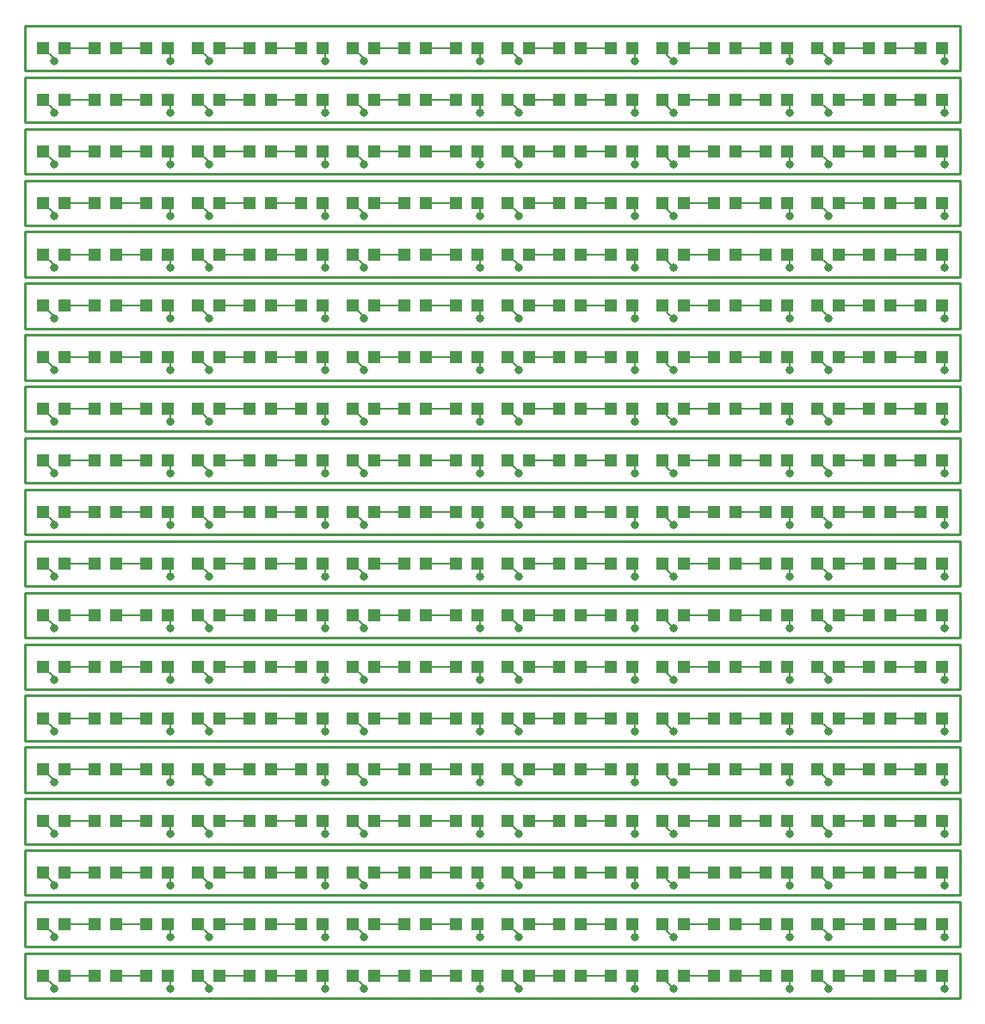
<source format=gtl>
G75*
G70*
%OFA0B0*%
%FSLAX25Y25*%
%IPPOS*%
%LPD*%
%AMOC8*
5,1,8,0,0,1.08239X$1,22.5*
%
%ADD11C,0.01000*%
%ADD14C,0.03170*%
%ADD15C,0.00600*%
%ADD20R,0.04720X0.04720*%
X0010000Y0010000D02*
G75*
%LPD*%
D11*
X0010000Y0010000D02*
X0010000Y0027460D01*
X0372500Y0027460D01*
X0372500Y0010000D01*
X0010000Y0010000D01*
D20*
X0017120Y0018750D03*
X0025380Y0018750D03*
X0037120Y0018750D03*
X0045380Y0018750D03*
X0057120Y0018750D03*
X0065380Y0018750D03*
X0077120Y0018750D03*
X0085380Y0018750D03*
X0097120Y0018750D03*
X0105380Y0018750D03*
X0117120Y0018750D03*
X0125380Y0018750D03*
X0137120Y0018750D03*
X0145380Y0018750D03*
X0157120Y0018750D03*
X0165380Y0018750D03*
X0177120Y0018750D03*
X0185380Y0018750D03*
X0197120Y0018750D03*
X0205380Y0018750D03*
X0217120Y0018750D03*
X0225380Y0018750D03*
X0237120Y0018750D03*
X0245380Y0018750D03*
X0257120Y0018750D03*
X0265380Y0018750D03*
X0277120Y0018750D03*
X0285380Y0018750D03*
X0297120Y0018750D03*
X0305380Y0018750D03*
X0317120Y0018750D03*
X0325380Y0018750D03*
X0337120Y0018750D03*
X0345380Y0018750D03*
X0357120Y0018750D03*
X0365380Y0018750D03*
D14*
X0366250Y0013750D03*
X0321250Y0013750D03*
X0306250Y0013750D03*
X0261250Y0013750D03*
X0246250Y0013750D03*
X0201250Y0013750D03*
X0186250Y0013750D03*
X0141250Y0013750D03*
X0126250Y0013750D03*
X0081250Y0013750D03*
X0066250Y0013750D03*
X0021250Y0013750D03*
D15*
X0021250Y0014620D01*
X0017120Y0018750D01*
X0025380Y0018750D02*
X0037120Y0018750D01*
X0045380Y0018750D02*
X0057120Y0018750D01*
X0065380Y0018750D02*
X0066250Y0017880D01*
X0066250Y0013750D01*
X0077120Y0018750D02*
X0081250Y0014620D01*
X0081250Y0013750D01*
X0126250Y0013750D02*
X0126250Y0017880D01*
X0125380Y0018750D01*
X0117120Y0018750D02*
X0105380Y0018750D01*
X0097120Y0018750D02*
X0085380Y0018750D01*
X0137120Y0018750D02*
X0141250Y0014620D01*
X0141250Y0013750D01*
X0186250Y0013750D02*
X0186250Y0017880D01*
X0185380Y0018750D01*
X0177120Y0018750D02*
X0165380Y0018750D01*
X0157120Y0018750D02*
X0145380Y0018750D01*
X0197120Y0018750D02*
X0201250Y0014620D01*
X0201250Y0013750D01*
X0246250Y0013750D02*
X0246250Y0017880D01*
X0245380Y0018750D01*
X0237120Y0018750D02*
X0225380Y0018750D01*
X0217120Y0018750D02*
X0205380Y0018750D01*
X0257120Y0018750D02*
X0258750Y0017120D01*
X0258750Y0016250D01*
X0261250Y0013750D01*
X0306250Y0013750D02*
X0306250Y0017880D01*
X0305380Y0018750D01*
X0297120Y0018750D02*
X0285380Y0018750D01*
X0277120Y0018750D02*
X0265380Y0018750D01*
X0317120Y0018750D02*
X0321250Y0014620D01*
X0321250Y0013750D01*
X0366250Y0013750D02*
X0366250Y0017880D01*
X0365380Y0018750D01*
X0357120Y0018750D02*
X0345380Y0018750D01*
X0337120Y0018750D02*
X0325380Y0018750D01*
X0010000Y0029960D02*
G75*
%LPD*%
D11*
X0010000Y0029960D02*
X0010000Y0047420D01*
X0372500Y0047420D01*
X0372500Y0029960D01*
X0010000Y0029960D01*
D20*
X0017120Y0038710D03*
X0025380Y0038710D03*
X0037120Y0038710D03*
X0045380Y0038710D03*
X0057120Y0038710D03*
X0065380Y0038710D03*
X0077120Y0038710D03*
X0085380Y0038710D03*
X0097120Y0038710D03*
X0105380Y0038710D03*
X0117120Y0038710D03*
X0125380Y0038710D03*
X0137120Y0038710D03*
X0145380Y0038710D03*
X0157120Y0038710D03*
X0165380Y0038710D03*
X0177120Y0038710D03*
X0185380Y0038710D03*
X0197120Y0038710D03*
X0205380Y0038710D03*
X0217120Y0038710D03*
X0225380Y0038710D03*
X0237120Y0038710D03*
X0245380Y0038710D03*
X0257120Y0038710D03*
X0265380Y0038710D03*
X0277120Y0038710D03*
X0285380Y0038710D03*
X0297120Y0038710D03*
X0305380Y0038710D03*
X0317120Y0038710D03*
X0325380Y0038710D03*
X0337120Y0038710D03*
X0345380Y0038710D03*
X0357120Y0038710D03*
X0365380Y0038710D03*
D14*
X0366250Y0033710D03*
X0321250Y0033710D03*
X0306250Y0033710D03*
X0261250Y0033710D03*
X0246250Y0033710D03*
X0201250Y0033710D03*
X0186250Y0033710D03*
X0141250Y0033710D03*
X0126250Y0033710D03*
X0081250Y0033710D03*
X0066250Y0033710D03*
X0021250Y0033710D03*
D15*
X0021250Y0034580D01*
X0017120Y0038710D01*
X0025380Y0038710D02*
X0037120Y0038710D01*
X0045380Y0038710D02*
X0057120Y0038710D01*
X0065380Y0038710D02*
X0066250Y0037840D01*
X0066250Y0033710D01*
X0077120Y0038710D02*
X0081250Y0034580D01*
X0081250Y0033710D01*
X0126250Y0033710D02*
X0126250Y0037840D01*
X0125380Y0038710D01*
X0117120Y0038710D02*
X0105380Y0038710D01*
X0097120Y0038710D02*
X0085380Y0038710D01*
X0137120Y0038710D02*
X0141250Y0034580D01*
X0141250Y0033710D01*
X0186250Y0033710D02*
X0186250Y0037840D01*
X0185380Y0038710D01*
X0177120Y0038710D02*
X0165380Y0038710D01*
X0157120Y0038710D02*
X0145380Y0038710D01*
X0197120Y0038710D02*
X0201250Y0034580D01*
X0201250Y0033710D01*
X0246250Y0033710D02*
X0246250Y0037840D01*
X0245380Y0038710D01*
X0237120Y0038710D02*
X0225380Y0038710D01*
X0217120Y0038710D02*
X0205380Y0038710D01*
X0257120Y0038710D02*
X0258750Y0037080D01*
X0258750Y0036210D01*
X0261250Y0033710D01*
X0306250Y0033710D02*
X0306250Y0037840D01*
X0305380Y0038710D01*
X0297120Y0038710D02*
X0285380Y0038710D01*
X0277120Y0038710D02*
X0265380Y0038710D01*
X0317120Y0038710D02*
X0321250Y0034580D01*
X0321250Y0033710D01*
X0366250Y0033710D02*
X0366250Y0037840D01*
X0365380Y0038710D01*
X0357120Y0038710D02*
X0345380Y0038710D01*
X0337120Y0038710D02*
X0325380Y0038710D01*
X0010000Y0049920D02*
G75*
%LPD*%
D11*
X0010000Y0049920D02*
X0010000Y0067380D01*
X0372500Y0067380D01*
X0372500Y0049920D01*
X0010000Y0049920D01*
D20*
X0017120Y0058670D03*
X0025380Y0058670D03*
X0037120Y0058670D03*
X0045380Y0058670D03*
X0057120Y0058670D03*
X0065380Y0058670D03*
X0077120Y0058670D03*
X0085380Y0058670D03*
X0097120Y0058670D03*
X0105380Y0058670D03*
X0117120Y0058670D03*
X0125380Y0058670D03*
X0137120Y0058670D03*
X0145380Y0058670D03*
X0157120Y0058670D03*
X0165380Y0058670D03*
X0177120Y0058670D03*
X0185380Y0058670D03*
X0197120Y0058670D03*
X0205380Y0058670D03*
X0217120Y0058670D03*
X0225380Y0058670D03*
X0237120Y0058670D03*
X0245380Y0058670D03*
X0257120Y0058670D03*
X0265380Y0058670D03*
X0277120Y0058670D03*
X0285380Y0058670D03*
X0297120Y0058670D03*
X0305380Y0058670D03*
X0317120Y0058670D03*
X0325380Y0058670D03*
X0337120Y0058670D03*
X0345380Y0058670D03*
X0357120Y0058670D03*
X0365380Y0058670D03*
D14*
X0366250Y0053670D03*
X0321250Y0053670D03*
X0306250Y0053670D03*
X0261250Y0053670D03*
X0246250Y0053670D03*
X0201250Y0053670D03*
X0186250Y0053670D03*
X0141250Y0053670D03*
X0126250Y0053670D03*
X0081250Y0053670D03*
X0066250Y0053670D03*
X0021250Y0053670D03*
D15*
X0021250Y0054540D01*
X0017120Y0058670D01*
X0025380Y0058670D02*
X0037120Y0058670D01*
X0045380Y0058670D02*
X0057120Y0058670D01*
X0065380Y0058670D02*
X0066250Y0057800D01*
X0066250Y0053670D01*
X0077120Y0058670D02*
X0081250Y0054540D01*
X0081250Y0053670D01*
X0126250Y0053670D02*
X0126250Y0057800D01*
X0125380Y0058670D01*
X0117120Y0058670D02*
X0105380Y0058670D01*
X0097120Y0058670D02*
X0085380Y0058670D01*
X0137120Y0058670D02*
X0141250Y0054540D01*
X0141250Y0053670D01*
X0186250Y0053670D02*
X0186250Y0057800D01*
X0185380Y0058670D01*
X0177120Y0058670D02*
X0165380Y0058670D01*
X0157120Y0058670D02*
X0145380Y0058670D01*
X0197120Y0058670D02*
X0201250Y0054540D01*
X0201250Y0053670D01*
X0246250Y0053670D02*
X0246250Y0057800D01*
X0245380Y0058670D01*
X0237120Y0058670D02*
X0225380Y0058670D01*
X0217120Y0058670D02*
X0205380Y0058670D01*
X0257120Y0058670D02*
X0258750Y0057040D01*
X0258750Y0056170D01*
X0261250Y0053670D01*
X0306250Y0053670D02*
X0306250Y0057800D01*
X0305380Y0058670D01*
X0297120Y0058670D02*
X0285380Y0058670D01*
X0277120Y0058670D02*
X0265380Y0058670D01*
X0317120Y0058670D02*
X0321250Y0054540D01*
X0321250Y0053670D01*
X0366250Y0053670D02*
X0366250Y0057800D01*
X0365380Y0058670D01*
X0357120Y0058670D02*
X0345380Y0058670D01*
X0337120Y0058670D02*
X0325380Y0058670D01*
X0010000Y0069880D02*
G75*
%LPD*%
D11*
X0010000Y0069880D02*
X0010000Y0087340D01*
X0372500Y0087340D01*
X0372500Y0069880D01*
X0010000Y0069880D01*
D20*
X0017120Y0078630D03*
X0025380Y0078630D03*
X0037120Y0078630D03*
X0045380Y0078630D03*
X0057120Y0078630D03*
X0065380Y0078630D03*
X0077120Y0078630D03*
X0085380Y0078630D03*
X0097120Y0078630D03*
X0105380Y0078630D03*
X0117120Y0078630D03*
X0125380Y0078630D03*
X0137120Y0078630D03*
X0145380Y0078630D03*
X0157120Y0078630D03*
X0165380Y0078630D03*
X0177120Y0078630D03*
X0185380Y0078630D03*
X0197120Y0078630D03*
X0205380Y0078630D03*
X0217120Y0078630D03*
X0225380Y0078630D03*
X0237120Y0078630D03*
X0245380Y0078630D03*
X0257120Y0078630D03*
X0265380Y0078630D03*
X0277120Y0078630D03*
X0285380Y0078630D03*
X0297120Y0078630D03*
X0305380Y0078630D03*
X0317120Y0078630D03*
X0325380Y0078630D03*
X0337120Y0078630D03*
X0345380Y0078630D03*
X0357120Y0078630D03*
X0365380Y0078630D03*
D14*
X0366250Y0073630D03*
X0321250Y0073630D03*
X0306250Y0073630D03*
X0261250Y0073630D03*
X0246250Y0073630D03*
X0201250Y0073630D03*
X0186250Y0073630D03*
X0141250Y0073630D03*
X0126250Y0073630D03*
X0081250Y0073630D03*
X0066250Y0073630D03*
X0021250Y0073630D03*
D15*
X0021250Y0074500D01*
X0017120Y0078630D01*
X0025380Y0078630D02*
X0037120Y0078630D01*
X0045380Y0078630D02*
X0057120Y0078630D01*
X0065380Y0078630D02*
X0066250Y0077760D01*
X0066250Y0073630D01*
X0077120Y0078630D02*
X0081250Y0074500D01*
X0081250Y0073630D01*
X0126250Y0073630D02*
X0126250Y0077760D01*
X0125380Y0078630D01*
X0117120Y0078630D02*
X0105380Y0078630D01*
X0097120Y0078630D02*
X0085380Y0078630D01*
X0137120Y0078630D02*
X0141250Y0074500D01*
X0141250Y0073630D01*
X0186250Y0073630D02*
X0186250Y0077760D01*
X0185380Y0078630D01*
X0177120Y0078630D02*
X0165380Y0078630D01*
X0157120Y0078630D02*
X0145380Y0078630D01*
X0197120Y0078630D02*
X0201250Y0074500D01*
X0201250Y0073630D01*
X0246250Y0073630D02*
X0246250Y0077760D01*
X0245380Y0078630D01*
X0237120Y0078630D02*
X0225380Y0078630D01*
X0217120Y0078630D02*
X0205380Y0078630D01*
X0257120Y0078630D02*
X0258750Y0077000D01*
X0258750Y0076130D01*
X0261250Y0073630D01*
X0306250Y0073630D02*
X0306250Y0077760D01*
X0305380Y0078630D01*
X0297120Y0078630D02*
X0285380Y0078630D01*
X0277120Y0078630D02*
X0265380Y0078630D01*
X0317120Y0078630D02*
X0321250Y0074500D01*
X0321250Y0073630D01*
X0366250Y0073630D02*
X0366250Y0077760D01*
X0365380Y0078630D01*
X0357120Y0078630D02*
X0345380Y0078630D01*
X0337120Y0078630D02*
X0325380Y0078630D01*
X0010000Y0089840D02*
G75*
%LPD*%
D11*
X0010000Y0089840D02*
X0010000Y0107300D01*
X0372500Y0107300D01*
X0372500Y0089840D01*
X0010000Y0089840D01*
D20*
X0017120Y0098590D03*
X0025380Y0098590D03*
X0037120Y0098590D03*
X0045380Y0098590D03*
X0057120Y0098590D03*
X0065380Y0098590D03*
X0077120Y0098590D03*
X0085380Y0098590D03*
X0097120Y0098590D03*
X0105380Y0098590D03*
X0117120Y0098590D03*
X0125380Y0098590D03*
X0137120Y0098590D03*
X0145380Y0098590D03*
X0157120Y0098590D03*
X0165380Y0098590D03*
X0177120Y0098590D03*
X0185380Y0098590D03*
X0197120Y0098590D03*
X0205380Y0098590D03*
X0217120Y0098590D03*
X0225380Y0098590D03*
X0237120Y0098590D03*
X0245380Y0098590D03*
X0257120Y0098590D03*
X0265380Y0098590D03*
X0277120Y0098590D03*
X0285380Y0098590D03*
X0297120Y0098590D03*
X0305380Y0098590D03*
X0317120Y0098590D03*
X0325380Y0098590D03*
X0337120Y0098590D03*
X0345380Y0098590D03*
X0357120Y0098590D03*
X0365380Y0098590D03*
D14*
X0366250Y0093590D03*
X0321250Y0093590D03*
X0306250Y0093590D03*
X0261250Y0093590D03*
X0246250Y0093590D03*
X0201250Y0093590D03*
X0186250Y0093590D03*
X0141250Y0093590D03*
X0126250Y0093590D03*
X0081250Y0093590D03*
X0066250Y0093590D03*
X0021250Y0093590D03*
D15*
X0021250Y0094460D01*
X0017120Y0098590D01*
X0025380Y0098590D02*
X0037120Y0098590D01*
X0045380Y0098590D02*
X0057120Y0098590D01*
X0065380Y0098590D02*
X0066250Y0097720D01*
X0066250Y0093590D01*
X0077120Y0098590D02*
X0081250Y0094460D01*
X0081250Y0093590D01*
X0126250Y0093590D02*
X0126250Y0097720D01*
X0125380Y0098590D01*
X0117120Y0098590D02*
X0105380Y0098590D01*
X0097120Y0098590D02*
X0085380Y0098590D01*
X0137120Y0098590D02*
X0141250Y0094460D01*
X0141250Y0093590D01*
X0186250Y0093590D02*
X0186250Y0097720D01*
X0185380Y0098590D01*
X0177120Y0098590D02*
X0165380Y0098590D01*
X0157120Y0098590D02*
X0145380Y0098590D01*
X0197120Y0098590D02*
X0201250Y0094460D01*
X0201250Y0093590D01*
X0246250Y0093590D02*
X0246250Y0097720D01*
X0245380Y0098590D01*
X0237120Y0098590D02*
X0225380Y0098590D01*
X0217120Y0098590D02*
X0205380Y0098590D01*
X0257120Y0098590D02*
X0258750Y0096960D01*
X0258750Y0096090D01*
X0261250Y0093590D01*
X0306250Y0093590D02*
X0306250Y0097720D01*
X0305380Y0098590D01*
X0297120Y0098590D02*
X0285380Y0098590D01*
X0277120Y0098590D02*
X0265380Y0098590D01*
X0317120Y0098590D02*
X0321250Y0094460D01*
X0321250Y0093590D01*
X0366250Y0093590D02*
X0366250Y0097720D01*
X0365380Y0098590D01*
X0357120Y0098590D02*
X0345380Y0098590D01*
X0337120Y0098590D02*
X0325380Y0098590D01*
X0010000Y0109800D02*
G75*
%LPD*%
D11*
X0010000Y0109800D02*
X0010000Y0127260D01*
X0372500Y0127260D01*
X0372500Y0109800D01*
X0010000Y0109800D01*
D20*
X0017120Y0118550D03*
X0025380Y0118550D03*
X0037120Y0118550D03*
X0045380Y0118550D03*
X0057120Y0118550D03*
X0065380Y0118550D03*
X0077120Y0118550D03*
X0085380Y0118550D03*
X0097120Y0118550D03*
X0105380Y0118550D03*
X0117120Y0118550D03*
X0125380Y0118550D03*
X0137120Y0118550D03*
X0145380Y0118550D03*
X0157120Y0118550D03*
X0165380Y0118550D03*
X0177120Y0118550D03*
X0185380Y0118550D03*
X0197120Y0118550D03*
X0205380Y0118550D03*
X0217120Y0118550D03*
X0225380Y0118550D03*
X0237120Y0118550D03*
X0245380Y0118550D03*
X0257120Y0118550D03*
X0265380Y0118550D03*
X0277120Y0118550D03*
X0285380Y0118550D03*
X0297120Y0118550D03*
X0305380Y0118550D03*
X0317120Y0118550D03*
X0325380Y0118550D03*
X0337120Y0118550D03*
X0345380Y0118550D03*
X0357120Y0118550D03*
X0365380Y0118550D03*
D14*
X0366250Y0113550D03*
X0321250Y0113550D03*
X0306250Y0113550D03*
X0261250Y0113550D03*
X0246250Y0113550D03*
X0201250Y0113550D03*
X0186250Y0113550D03*
X0141250Y0113550D03*
X0126250Y0113550D03*
X0081250Y0113550D03*
X0066250Y0113550D03*
X0021250Y0113550D03*
D15*
X0021250Y0114420D01*
X0017120Y0118550D01*
X0025380Y0118550D02*
X0037120Y0118550D01*
X0045380Y0118550D02*
X0057120Y0118550D01*
X0065380Y0118550D02*
X0066250Y0117680D01*
X0066250Y0113550D01*
X0077120Y0118550D02*
X0081250Y0114420D01*
X0081250Y0113550D01*
X0126250Y0113550D02*
X0126250Y0117680D01*
X0125380Y0118550D01*
X0117120Y0118550D02*
X0105380Y0118550D01*
X0097120Y0118550D02*
X0085380Y0118550D01*
X0137120Y0118550D02*
X0141250Y0114420D01*
X0141250Y0113550D01*
X0186250Y0113550D02*
X0186250Y0117680D01*
X0185380Y0118550D01*
X0177120Y0118550D02*
X0165380Y0118550D01*
X0157120Y0118550D02*
X0145380Y0118550D01*
X0197120Y0118550D02*
X0201250Y0114420D01*
X0201250Y0113550D01*
X0246250Y0113550D02*
X0246250Y0117680D01*
X0245380Y0118550D01*
X0237120Y0118550D02*
X0225380Y0118550D01*
X0217120Y0118550D02*
X0205380Y0118550D01*
X0257120Y0118550D02*
X0258750Y0116920D01*
X0258750Y0116050D01*
X0261250Y0113550D01*
X0306250Y0113550D02*
X0306250Y0117680D01*
X0305380Y0118550D01*
X0297120Y0118550D02*
X0285380Y0118550D01*
X0277120Y0118550D02*
X0265380Y0118550D01*
X0317120Y0118550D02*
X0321250Y0114420D01*
X0321250Y0113550D01*
X0366250Y0113550D02*
X0366250Y0117680D01*
X0365380Y0118550D01*
X0357120Y0118550D02*
X0345380Y0118550D01*
X0337120Y0118550D02*
X0325380Y0118550D01*
X0010000Y0129760D02*
G75*
%LPD*%
D11*
X0010000Y0129760D02*
X0010000Y0147220D01*
X0372500Y0147220D01*
X0372500Y0129760D01*
X0010000Y0129760D01*
D20*
X0017120Y0138510D03*
X0025380Y0138510D03*
X0037120Y0138510D03*
X0045380Y0138510D03*
X0057120Y0138510D03*
X0065380Y0138510D03*
X0077120Y0138510D03*
X0085380Y0138510D03*
X0097120Y0138510D03*
X0105380Y0138510D03*
X0117120Y0138510D03*
X0125380Y0138510D03*
X0137120Y0138510D03*
X0145380Y0138510D03*
X0157120Y0138510D03*
X0165380Y0138510D03*
X0177120Y0138510D03*
X0185380Y0138510D03*
X0197120Y0138510D03*
X0205380Y0138510D03*
X0217120Y0138510D03*
X0225380Y0138510D03*
X0237120Y0138510D03*
X0245380Y0138510D03*
X0257120Y0138510D03*
X0265380Y0138510D03*
X0277120Y0138510D03*
X0285380Y0138510D03*
X0297120Y0138510D03*
X0305380Y0138510D03*
X0317120Y0138510D03*
X0325380Y0138510D03*
X0337120Y0138510D03*
X0345380Y0138510D03*
X0357120Y0138510D03*
X0365380Y0138510D03*
D14*
X0366250Y0133510D03*
X0321250Y0133510D03*
X0306250Y0133510D03*
X0261250Y0133510D03*
X0246250Y0133510D03*
X0201250Y0133510D03*
X0186250Y0133510D03*
X0141250Y0133510D03*
X0126250Y0133510D03*
X0081250Y0133510D03*
X0066250Y0133510D03*
X0021250Y0133510D03*
D15*
X0021250Y0134380D01*
X0017120Y0138510D01*
X0025380Y0138510D02*
X0037120Y0138510D01*
X0045380Y0138510D02*
X0057120Y0138510D01*
X0065380Y0138510D02*
X0066250Y0137640D01*
X0066250Y0133510D01*
X0077120Y0138510D02*
X0081250Y0134380D01*
X0081250Y0133510D01*
X0126250Y0133510D02*
X0126250Y0137640D01*
X0125380Y0138510D01*
X0117120Y0138510D02*
X0105380Y0138510D01*
X0097120Y0138510D02*
X0085380Y0138510D01*
X0137120Y0138510D02*
X0141250Y0134380D01*
X0141250Y0133510D01*
X0186250Y0133510D02*
X0186250Y0137640D01*
X0185380Y0138510D01*
X0177120Y0138510D02*
X0165380Y0138510D01*
X0157120Y0138510D02*
X0145380Y0138510D01*
X0197120Y0138510D02*
X0201250Y0134380D01*
X0201250Y0133510D01*
X0246250Y0133510D02*
X0246250Y0137640D01*
X0245380Y0138510D01*
X0237120Y0138510D02*
X0225380Y0138510D01*
X0217120Y0138510D02*
X0205380Y0138510D01*
X0257120Y0138510D02*
X0258750Y0136880D01*
X0258750Y0136010D01*
X0261250Y0133510D01*
X0306250Y0133510D02*
X0306250Y0137640D01*
X0305380Y0138510D01*
X0297120Y0138510D02*
X0285380Y0138510D01*
X0277120Y0138510D02*
X0265380Y0138510D01*
X0317120Y0138510D02*
X0321250Y0134380D01*
X0321250Y0133510D01*
X0366250Y0133510D02*
X0366250Y0137640D01*
X0365380Y0138510D01*
X0357120Y0138510D02*
X0345380Y0138510D01*
X0337120Y0138510D02*
X0325380Y0138510D01*
X0010000Y0149720D02*
G75*
%LPD*%
D11*
X0010000Y0149720D02*
X0010000Y0167180D01*
X0372500Y0167180D01*
X0372500Y0149720D01*
X0010000Y0149720D01*
D20*
X0017120Y0158470D03*
X0025380Y0158470D03*
X0037120Y0158470D03*
X0045380Y0158470D03*
X0057120Y0158470D03*
X0065380Y0158470D03*
X0077120Y0158470D03*
X0085380Y0158470D03*
X0097120Y0158470D03*
X0105380Y0158470D03*
X0117120Y0158470D03*
X0125380Y0158470D03*
X0137120Y0158470D03*
X0145380Y0158470D03*
X0157120Y0158470D03*
X0165380Y0158470D03*
X0177120Y0158470D03*
X0185380Y0158470D03*
X0197120Y0158470D03*
X0205380Y0158470D03*
X0217120Y0158470D03*
X0225380Y0158470D03*
X0237120Y0158470D03*
X0245380Y0158470D03*
X0257120Y0158470D03*
X0265380Y0158470D03*
X0277120Y0158470D03*
X0285380Y0158470D03*
X0297120Y0158470D03*
X0305380Y0158470D03*
X0317120Y0158470D03*
X0325380Y0158470D03*
X0337120Y0158470D03*
X0345380Y0158470D03*
X0357120Y0158470D03*
X0365380Y0158470D03*
D14*
X0366250Y0153470D03*
X0321250Y0153470D03*
X0306250Y0153470D03*
X0261250Y0153470D03*
X0246250Y0153470D03*
X0201250Y0153470D03*
X0186250Y0153470D03*
X0141250Y0153470D03*
X0126250Y0153470D03*
X0081250Y0153470D03*
X0066250Y0153470D03*
X0021250Y0153470D03*
D15*
X0021250Y0154340D01*
X0017120Y0158470D01*
X0025380Y0158470D02*
X0037120Y0158470D01*
X0045380Y0158470D02*
X0057120Y0158470D01*
X0065380Y0158470D02*
X0066250Y0157600D01*
X0066250Y0153470D01*
X0077120Y0158470D02*
X0081250Y0154340D01*
X0081250Y0153470D01*
X0126250Y0153470D02*
X0126250Y0157600D01*
X0125380Y0158470D01*
X0117120Y0158470D02*
X0105380Y0158470D01*
X0097120Y0158470D02*
X0085380Y0158470D01*
X0137120Y0158470D02*
X0141250Y0154340D01*
X0141250Y0153470D01*
X0186250Y0153470D02*
X0186250Y0157600D01*
X0185380Y0158470D01*
X0177120Y0158470D02*
X0165380Y0158470D01*
X0157120Y0158470D02*
X0145380Y0158470D01*
X0197120Y0158470D02*
X0201250Y0154340D01*
X0201250Y0153470D01*
X0246250Y0153470D02*
X0246250Y0157600D01*
X0245380Y0158470D01*
X0237120Y0158470D02*
X0225380Y0158470D01*
X0217120Y0158470D02*
X0205380Y0158470D01*
X0257120Y0158470D02*
X0258750Y0156840D01*
X0258750Y0155970D01*
X0261250Y0153470D01*
X0306250Y0153470D02*
X0306250Y0157600D01*
X0305380Y0158470D01*
X0297120Y0158470D02*
X0285380Y0158470D01*
X0277120Y0158470D02*
X0265380Y0158470D01*
X0317120Y0158470D02*
X0321250Y0154340D01*
X0321250Y0153470D01*
X0366250Y0153470D02*
X0366250Y0157600D01*
X0365380Y0158470D01*
X0357120Y0158470D02*
X0345380Y0158470D01*
X0337120Y0158470D02*
X0325380Y0158470D01*
X0010000Y0169680D02*
G75*
%LPD*%
D11*
X0010000Y0169680D02*
X0010000Y0187140D01*
X0372500Y0187140D01*
X0372500Y0169680D01*
X0010000Y0169680D01*
D20*
X0017120Y0178430D03*
X0025380Y0178430D03*
X0037120Y0178430D03*
X0045380Y0178430D03*
X0057120Y0178430D03*
X0065380Y0178430D03*
X0077120Y0178430D03*
X0085380Y0178430D03*
X0097120Y0178430D03*
X0105380Y0178430D03*
X0117120Y0178430D03*
X0125380Y0178430D03*
X0137120Y0178430D03*
X0145380Y0178430D03*
X0157120Y0178430D03*
X0165380Y0178430D03*
X0177120Y0178430D03*
X0185380Y0178430D03*
X0197120Y0178430D03*
X0205380Y0178430D03*
X0217120Y0178430D03*
X0225380Y0178430D03*
X0237120Y0178430D03*
X0245380Y0178430D03*
X0257120Y0178430D03*
X0265380Y0178430D03*
X0277120Y0178430D03*
X0285380Y0178430D03*
X0297120Y0178430D03*
X0305380Y0178430D03*
X0317120Y0178430D03*
X0325380Y0178430D03*
X0337120Y0178430D03*
X0345380Y0178430D03*
X0357120Y0178430D03*
X0365380Y0178430D03*
D14*
X0366250Y0173430D03*
X0321250Y0173430D03*
X0306250Y0173430D03*
X0261250Y0173430D03*
X0246250Y0173430D03*
X0201250Y0173430D03*
X0186250Y0173430D03*
X0141250Y0173430D03*
X0126250Y0173430D03*
X0081250Y0173430D03*
X0066250Y0173430D03*
X0021250Y0173430D03*
D15*
X0021250Y0174300D01*
X0017120Y0178430D01*
X0025380Y0178430D02*
X0037120Y0178430D01*
X0045380Y0178430D02*
X0057120Y0178430D01*
X0065380Y0178430D02*
X0066250Y0177560D01*
X0066250Y0173430D01*
X0077120Y0178430D02*
X0081250Y0174300D01*
X0081250Y0173430D01*
X0126250Y0173430D02*
X0126250Y0177560D01*
X0125380Y0178430D01*
X0117120Y0178430D02*
X0105380Y0178430D01*
X0097120Y0178430D02*
X0085380Y0178430D01*
X0137120Y0178430D02*
X0141250Y0174300D01*
X0141250Y0173430D01*
X0186250Y0173430D02*
X0186250Y0177560D01*
X0185380Y0178430D01*
X0177120Y0178430D02*
X0165380Y0178430D01*
X0157120Y0178430D02*
X0145380Y0178430D01*
X0197120Y0178430D02*
X0201250Y0174300D01*
X0201250Y0173430D01*
X0246250Y0173430D02*
X0246250Y0177560D01*
X0245380Y0178430D01*
X0237120Y0178430D02*
X0225380Y0178430D01*
X0217120Y0178430D02*
X0205380Y0178430D01*
X0257120Y0178430D02*
X0258750Y0176800D01*
X0258750Y0175930D01*
X0261250Y0173430D01*
X0306250Y0173430D02*
X0306250Y0177560D01*
X0305380Y0178430D01*
X0297120Y0178430D02*
X0285380Y0178430D01*
X0277120Y0178430D02*
X0265380Y0178430D01*
X0317120Y0178430D02*
X0321250Y0174300D01*
X0321250Y0173430D01*
X0366250Y0173430D02*
X0366250Y0177560D01*
X0365380Y0178430D01*
X0357120Y0178430D02*
X0345380Y0178430D01*
X0337120Y0178430D02*
X0325380Y0178430D01*
X0010000Y0189640D02*
G75*
%LPD*%
D11*
X0010000Y0189640D02*
X0010000Y0207100D01*
X0372500Y0207100D01*
X0372500Y0189640D01*
X0010000Y0189640D01*
D20*
X0017120Y0198390D03*
X0025380Y0198390D03*
X0037120Y0198390D03*
X0045380Y0198390D03*
X0057120Y0198390D03*
X0065380Y0198390D03*
X0077120Y0198390D03*
X0085380Y0198390D03*
X0097120Y0198390D03*
X0105380Y0198390D03*
X0117120Y0198390D03*
X0125380Y0198390D03*
X0137120Y0198390D03*
X0145380Y0198390D03*
X0157120Y0198390D03*
X0165380Y0198390D03*
X0177120Y0198390D03*
X0185380Y0198390D03*
X0197120Y0198390D03*
X0205380Y0198390D03*
X0217120Y0198390D03*
X0225380Y0198390D03*
X0237120Y0198390D03*
X0245380Y0198390D03*
X0257120Y0198390D03*
X0265380Y0198390D03*
X0277120Y0198390D03*
X0285380Y0198390D03*
X0297120Y0198390D03*
X0305380Y0198390D03*
X0317120Y0198390D03*
X0325380Y0198390D03*
X0337120Y0198390D03*
X0345380Y0198390D03*
X0357120Y0198390D03*
X0365380Y0198390D03*
D14*
X0366250Y0193390D03*
X0321250Y0193390D03*
X0306250Y0193390D03*
X0261250Y0193390D03*
X0246250Y0193390D03*
X0201250Y0193390D03*
X0186250Y0193390D03*
X0141250Y0193390D03*
X0126250Y0193390D03*
X0081250Y0193390D03*
X0066250Y0193390D03*
X0021250Y0193390D03*
D15*
X0021250Y0194260D01*
X0017120Y0198390D01*
X0025380Y0198390D02*
X0037120Y0198390D01*
X0045380Y0198390D02*
X0057120Y0198390D01*
X0065380Y0198390D02*
X0066250Y0197520D01*
X0066250Y0193390D01*
X0077120Y0198390D02*
X0081250Y0194260D01*
X0081250Y0193390D01*
X0126250Y0193390D02*
X0126250Y0197520D01*
X0125380Y0198390D01*
X0117120Y0198390D02*
X0105380Y0198390D01*
X0097120Y0198390D02*
X0085380Y0198390D01*
X0137120Y0198390D02*
X0141250Y0194260D01*
X0141250Y0193390D01*
X0186250Y0193390D02*
X0186250Y0197520D01*
X0185380Y0198390D01*
X0177120Y0198390D02*
X0165380Y0198390D01*
X0157120Y0198390D02*
X0145380Y0198390D01*
X0197120Y0198390D02*
X0201250Y0194260D01*
X0201250Y0193390D01*
X0246250Y0193390D02*
X0246250Y0197520D01*
X0245380Y0198390D01*
X0237120Y0198390D02*
X0225380Y0198390D01*
X0217120Y0198390D02*
X0205380Y0198390D01*
X0257120Y0198390D02*
X0258750Y0196760D01*
X0258750Y0195890D01*
X0261250Y0193390D01*
X0306250Y0193390D02*
X0306250Y0197520D01*
X0305380Y0198390D01*
X0297120Y0198390D02*
X0285380Y0198390D01*
X0277120Y0198390D02*
X0265380Y0198390D01*
X0317120Y0198390D02*
X0321250Y0194260D01*
X0321250Y0193390D01*
X0366250Y0193390D02*
X0366250Y0197520D01*
X0365380Y0198390D01*
X0357120Y0198390D02*
X0345380Y0198390D01*
X0337120Y0198390D02*
X0325380Y0198390D01*
X0010000Y0209600D02*
G75*
%LPD*%
D11*
X0010000Y0209600D02*
X0010000Y0227060D01*
X0372500Y0227060D01*
X0372500Y0209600D01*
X0010000Y0209600D01*
D20*
X0017120Y0218350D03*
X0025380Y0218350D03*
X0037120Y0218350D03*
X0045380Y0218350D03*
X0057120Y0218350D03*
X0065380Y0218350D03*
X0077120Y0218350D03*
X0085380Y0218350D03*
X0097120Y0218350D03*
X0105380Y0218350D03*
X0117120Y0218350D03*
X0125380Y0218350D03*
X0137120Y0218350D03*
X0145380Y0218350D03*
X0157120Y0218350D03*
X0165380Y0218350D03*
X0177120Y0218350D03*
X0185380Y0218350D03*
X0197120Y0218350D03*
X0205380Y0218350D03*
X0217120Y0218350D03*
X0225380Y0218350D03*
X0237120Y0218350D03*
X0245380Y0218350D03*
X0257120Y0218350D03*
X0265380Y0218350D03*
X0277120Y0218350D03*
X0285380Y0218350D03*
X0297120Y0218350D03*
X0305380Y0218350D03*
X0317120Y0218350D03*
X0325380Y0218350D03*
X0337120Y0218350D03*
X0345380Y0218350D03*
X0357120Y0218350D03*
X0365380Y0218350D03*
D14*
X0366250Y0213350D03*
X0321250Y0213350D03*
X0306250Y0213350D03*
X0261250Y0213350D03*
X0246250Y0213350D03*
X0201250Y0213350D03*
X0186250Y0213350D03*
X0141250Y0213350D03*
X0126250Y0213350D03*
X0081250Y0213350D03*
X0066250Y0213350D03*
X0021250Y0213350D03*
D15*
X0021250Y0214220D01*
X0017120Y0218350D01*
X0025380Y0218350D02*
X0037120Y0218350D01*
X0045380Y0218350D02*
X0057120Y0218350D01*
X0065380Y0218350D02*
X0066250Y0217480D01*
X0066250Y0213350D01*
X0077120Y0218350D02*
X0081250Y0214220D01*
X0081250Y0213350D01*
X0126250Y0213350D02*
X0126250Y0217480D01*
X0125380Y0218350D01*
X0117120Y0218350D02*
X0105380Y0218350D01*
X0097120Y0218350D02*
X0085380Y0218350D01*
X0137120Y0218350D02*
X0141250Y0214220D01*
X0141250Y0213350D01*
X0186250Y0213350D02*
X0186250Y0217480D01*
X0185380Y0218350D01*
X0177120Y0218350D02*
X0165380Y0218350D01*
X0157120Y0218350D02*
X0145380Y0218350D01*
X0197120Y0218350D02*
X0201250Y0214220D01*
X0201250Y0213350D01*
X0246250Y0213350D02*
X0246250Y0217480D01*
X0245380Y0218350D01*
X0237120Y0218350D02*
X0225380Y0218350D01*
X0217120Y0218350D02*
X0205380Y0218350D01*
X0257120Y0218350D02*
X0258750Y0216720D01*
X0258750Y0215850D01*
X0261250Y0213350D01*
X0306250Y0213350D02*
X0306250Y0217480D01*
X0305380Y0218350D01*
X0297120Y0218350D02*
X0285380Y0218350D01*
X0277120Y0218350D02*
X0265380Y0218350D01*
X0317120Y0218350D02*
X0321250Y0214220D01*
X0321250Y0213350D01*
X0366250Y0213350D02*
X0366250Y0217480D01*
X0365380Y0218350D01*
X0357120Y0218350D02*
X0345380Y0218350D01*
X0337120Y0218350D02*
X0325380Y0218350D01*
X0010000Y0229560D02*
G75*
%LPD*%
D11*
X0010000Y0229560D02*
X0010000Y0247020D01*
X0372500Y0247020D01*
X0372500Y0229560D01*
X0010000Y0229560D01*
D20*
X0017120Y0238310D03*
X0025380Y0238310D03*
X0037120Y0238310D03*
X0045380Y0238310D03*
X0057120Y0238310D03*
X0065380Y0238310D03*
X0077120Y0238310D03*
X0085380Y0238310D03*
X0097120Y0238310D03*
X0105380Y0238310D03*
X0117120Y0238310D03*
X0125380Y0238310D03*
X0137120Y0238310D03*
X0145380Y0238310D03*
X0157120Y0238310D03*
X0165380Y0238310D03*
X0177120Y0238310D03*
X0185380Y0238310D03*
X0197120Y0238310D03*
X0205380Y0238310D03*
X0217120Y0238310D03*
X0225380Y0238310D03*
X0237120Y0238310D03*
X0245380Y0238310D03*
X0257120Y0238310D03*
X0265380Y0238310D03*
X0277120Y0238310D03*
X0285380Y0238310D03*
X0297120Y0238310D03*
X0305380Y0238310D03*
X0317120Y0238310D03*
X0325380Y0238310D03*
X0337120Y0238310D03*
X0345380Y0238310D03*
X0357120Y0238310D03*
X0365380Y0238310D03*
D14*
X0366250Y0233310D03*
X0321250Y0233310D03*
X0306250Y0233310D03*
X0261250Y0233310D03*
X0246250Y0233310D03*
X0201250Y0233310D03*
X0186250Y0233310D03*
X0141250Y0233310D03*
X0126250Y0233310D03*
X0081250Y0233310D03*
X0066250Y0233310D03*
X0021250Y0233310D03*
D15*
X0021250Y0234180D01*
X0017120Y0238310D01*
X0025380Y0238310D02*
X0037120Y0238310D01*
X0045380Y0238310D02*
X0057120Y0238310D01*
X0065380Y0238310D02*
X0066250Y0237440D01*
X0066250Y0233310D01*
X0077120Y0238310D02*
X0081250Y0234180D01*
X0081250Y0233310D01*
X0126250Y0233310D02*
X0126250Y0237440D01*
X0125380Y0238310D01*
X0117120Y0238310D02*
X0105380Y0238310D01*
X0097120Y0238310D02*
X0085380Y0238310D01*
X0137120Y0238310D02*
X0141250Y0234180D01*
X0141250Y0233310D01*
X0186250Y0233310D02*
X0186250Y0237440D01*
X0185380Y0238310D01*
X0177120Y0238310D02*
X0165380Y0238310D01*
X0157120Y0238310D02*
X0145380Y0238310D01*
X0197120Y0238310D02*
X0201250Y0234180D01*
X0201250Y0233310D01*
X0246250Y0233310D02*
X0246250Y0237440D01*
X0245380Y0238310D01*
X0237120Y0238310D02*
X0225380Y0238310D01*
X0217120Y0238310D02*
X0205380Y0238310D01*
X0257120Y0238310D02*
X0258750Y0236680D01*
X0258750Y0235810D01*
X0261250Y0233310D01*
X0306250Y0233310D02*
X0306250Y0237440D01*
X0305380Y0238310D01*
X0297120Y0238310D02*
X0285380Y0238310D01*
X0277120Y0238310D02*
X0265380Y0238310D01*
X0317120Y0238310D02*
X0321250Y0234180D01*
X0321250Y0233310D01*
X0366250Y0233310D02*
X0366250Y0237440D01*
X0365380Y0238310D01*
X0357120Y0238310D02*
X0345380Y0238310D01*
X0337120Y0238310D02*
X0325380Y0238310D01*
X0010000Y0249520D02*
G75*
%LPD*%
D11*
X0010000Y0249520D02*
X0010000Y0266980D01*
X0372500Y0266980D01*
X0372500Y0249520D01*
X0010000Y0249520D01*
D20*
X0017120Y0258270D03*
X0025380Y0258270D03*
X0037120Y0258270D03*
X0045380Y0258270D03*
X0057120Y0258270D03*
X0065380Y0258270D03*
X0077120Y0258270D03*
X0085380Y0258270D03*
X0097120Y0258270D03*
X0105380Y0258270D03*
X0117120Y0258270D03*
X0125380Y0258270D03*
X0137120Y0258270D03*
X0145380Y0258270D03*
X0157120Y0258270D03*
X0165380Y0258270D03*
X0177120Y0258270D03*
X0185380Y0258270D03*
X0197120Y0258270D03*
X0205380Y0258270D03*
X0217120Y0258270D03*
X0225380Y0258270D03*
X0237120Y0258270D03*
X0245380Y0258270D03*
X0257120Y0258270D03*
X0265380Y0258270D03*
X0277120Y0258270D03*
X0285380Y0258270D03*
X0297120Y0258270D03*
X0305380Y0258270D03*
X0317120Y0258270D03*
X0325380Y0258270D03*
X0337120Y0258270D03*
X0345380Y0258270D03*
X0357120Y0258270D03*
X0365380Y0258270D03*
D14*
X0366250Y0253270D03*
X0321250Y0253270D03*
X0306250Y0253270D03*
X0261250Y0253270D03*
X0246250Y0253270D03*
X0201250Y0253270D03*
X0186250Y0253270D03*
X0141250Y0253270D03*
X0126250Y0253270D03*
X0081250Y0253270D03*
X0066250Y0253270D03*
X0021250Y0253270D03*
D15*
X0021250Y0254140D01*
X0017120Y0258270D01*
X0025380Y0258270D02*
X0037120Y0258270D01*
X0045380Y0258270D02*
X0057120Y0258270D01*
X0065380Y0258270D02*
X0066250Y0257400D01*
X0066250Y0253270D01*
X0077120Y0258270D02*
X0081250Y0254140D01*
X0081250Y0253270D01*
X0126250Y0253270D02*
X0126250Y0257400D01*
X0125380Y0258270D01*
X0117120Y0258270D02*
X0105380Y0258270D01*
X0097120Y0258270D02*
X0085380Y0258270D01*
X0137120Y0258270D02*
X0141250Y0254140D01*
X0141250Y0253270D01*
X0186250Y0253270D02*
X0186250Y0257400D01*
X0185380Y0258270D01*
X0177120Y0258270D02*
X0165380Y0258270D01*
X0157120Y0258270D02*
X0145380Y0258270D01*
X0197120Y0258270D02*
X0201250Y0254140D01*
X0201250Y0253270D01*
X0246250Y0253270D02*
X0246250Y0257400D01*
X0245380Y0258270D01*
X0237120Y0258270D02*
X0225380Y0258270D01*
X0217120Y0258270D02*
X0205380Y0258270D01*
X0257120Y0258270D02*
X0258750Y0256640D01*
X0258750Y0255770D01*
X0261250Y0253270D01*
X0306250Y0253270D02*
X0306250Y0257400D01*
X0305380Y0258270D01*
X0297120Y0258270D02*
X0285380Y0258270D01*
X0277120Y0258270D02*
X0265380Y0258270D01*
X0317120Y0258270D02*
X0321250Y0254140D01*
X0321250Y0253270D01*
X0366250Y0253270D02*
X0366250Y0257400D01*
X0365380Y0258270D01*
X0357120Y0258270D02*
X0345380Y0258270D01*
X0337120Y0258270D02*
X0325380Y0258270D01*
X0010000Y0269480D02*
G75*
%LPD*%
D11*
X0010000Y0269480D02*
X0010000Y0286940D01*
X0372500Y0286940D01*
X0372500Y0269480D01*
X0010000Y0269480D01*
D20*
X0017120Y0278230D03*
X0025380Y0278230D03*
X0037120Y0278230D03*
X0045380Y0278230D03*
X0057120Y0278230D03*
X0065380Y0278230D03*
X0077120Y0278230D03*
X0085380Y0278230D03*
X0097120Y0278230D03*
X0105380Y0278230D03*
X0117120Y0278230D03*
X0125380Y0278230D03*
X0137120Y0278230D03*
X0145380Y0278230D03*
X0157120Y0278230D03*
X0165380Y0278230D03*
X0177120Y0278230D03*
X0185380Y0278230D03*
X0197120Y0278230D03*
X0205380Y0278230D03*
X0217120Y0278230D03*
X0225380Y0278230D03*
X0237120Y0278230D03*
X0245380Y0278230D03*
X0257120Y0278230D03*
X0265380Y0278230D03*
X0277120Y0278230D03*
X0285380Y0278230D03*
X0297120Y0278230D03*
X0305380Y0278230D03*
X0317120Y0278230D03*
X0325380Y0278230D03*
X0337120Y0278230D03*
X0345380Y0278230D03*
X0357120Y0278230D03*
X0365380Y0278230D03*
D14*
X0366250Y0273230D03*
X0321250Y0273230D03*
X0306250Y0273230D03*
X0261250Y0273230D03*
X0246250Y0273230D03*
X0201250Y0273230D03*
X0186250Y0273230D03*
X0141250Y0273230D03*
X0126250Y0273230D03*
X0081250Y0273230D03*
X0066250Y0273230D03*
X0021250Y0273230D03*
D15*
X0021250Y0274100D01*
X0017120Y0278230D01*
X0025380Y0278230D02*
X0037120Y0278230D01*
X0045380Y0278230D02*
X0057120Y0278230D01*
X0065380Y0278230D02*
X0066250Y0277360D01*
X0066250Y0273230D01*
X0077120Y0278230D02*
X0081250Y0274100D01*
X0081250Y0273230D01*
X0126250Y0273230D02*
X0126250Y0277360D01*
X0125380Y0278230D01*
X0117120Y0278230D02*
X0105380Y0278230D01*
X0097120Y0278230D02*
X0085380Y0278230D01*
X0137120Y0278230D02*
X0141250Y0274100D01*
X0141250Y0273230D01*
X0186250Y0273230D02*
X0186250Y0277360D01*
X0185380Y0278230D01*
X0177120Y0278230D02*
X0165380Y0278230D01*
X0157120Y0278230D02*
X0145380Y0278230D01*
X0197120Y0278230D02*
X0201250Y0274100D01*
X0201250Y0273230D01*
X0246250Y0273230D02*
X0246250Y0277360D01*
X0245380Y0278230D01*
X0237120Y0278230D02*
X0225380Y0278230D01*
X0217120Y0278230D02*
X0205380Y0278230D01*
X0257120Y0278230D02*
X0258750Y0276600D01*
X0258750Y0275730D01*
X0261250Y0273230D01*
X0306250Y0273230D02*
X0306250Y0277360D01*
X0305380Y0278230D01*
X0297120Y0278230D02*
X0285380Y0278230D01*
X0277120Y0278230D02*
X0265380Y0278230D01*
X0317120Y0278230D02*
X0321250Y0274100D01*
X0321250Y0273230D01*
X0366250Y0273230D02*
X0366250Y0277360D01*
X0365380Y0278230D01*
X0357120Y0278230D02*
X0345380Y0278230D01*
X0337120Y0278230D02*
X0325380Y0278230D01*
X0010000Y0289440D02*
G75*
%LPD*%
D11*
X0010000Y0289440D02*
X0010000Y0306900D01*
X0372500Y0306900D01*
X0372500Y0289440D01*
X0010000Y0289440D01*
D20*
X0017120Y0298190D03*
X0025380Y0298190D03*
X0037120Y0298190D03*
X0045380Y0298190D03*
X0057120Y0298190D03*
X0065380Y0298190D03*
X0077120Y0298190D03*
X0085380Y0298190D03*
X0097120Y0298190D03*
X0105380Y0298190D03*
X0117120Y0298190D03*
X0125380Y0298190D03*
X0137120Y0298190D03*
X0145380Y0298190D03*
X0157120Y0298190D03*
X0165380Y0298190D03*
X0177120Y0298190D03*
X0185380Y0298190D03*
X0197120Y0298190D03*
X0205380Y0298190D03*
X0217120Y0298190D03*
X0225380Y0298190D03*
X0237120Y0298190D03*
X0245380Y0298190D03*
X0257120Y0298190D03*
X0265380Y0298190D03*
X0277120Y0298190D03*
X0285380Y0298190D03*
X0297120Y0298190D03*
X0305380Y0298190D03*
X0317120Y0298190D03*
X0325380Y0298190D03*
X0337120Y0298190D03*
X0345380Y0298190D03*
X0357120Y0298190D03*
X0365380Y0298190D03*
D14*
X0366250Y0293190D03*
X0321250Y0293190D03*
X0306250Y0293190D03*
X0261250Y0293190D03*
X0246250Y0293190D03*
X0201250Y0293190D03*
X0186250Y0293190D03*
X0141250Y0293190D03*
X0126250Y0293190D03*
X0081250Y0293190D03*
X0066250Y0293190D03*
X0021250Y0293190D03*
D15*
X0021250Y0294060D01*
X0017120Y0298190D01*
X0025380Y0298190D02*
X0037120Y0298190D01*
X0045380Y0298190D02*
X0057120Y0298190D01*
X0065380Y0298190D02*
X0066250Y0297320D01*
X0066250Y0293190D01*
X0077120Y0298190D02*
X0081250Y0294060D01*
X0081250Y0293190D01*
X0126250Y0293190D02*
X0126250Y0297320D01*
X0125380Y0298190D01*
X0117120Y0298190D02*
X0105380Y0298190D01*
X0097120Y0298190D02*
X0085380Y0298190D01*
X0137120Y0298190D02*
X0141250Y0294060D01*
X0141250Y0293190D01*
X0186250Y0293190D02*
X0186250Y0297320D01*
X0185380Y0298190D01*
X0177120Y0298190D02*
X0165380Y0298190D01*
X0157120Y0298190D02*
X0145380Y0298190D01*
X0197120Y0298190D02*
X0201250Y0294060D01*
X0201250Y0293190D01*
X0246250Y0293190D02*
X0246250Y0297320D01*
X0245380Y0298190D01*
X0237120Y0298190D02*
X0225380Y0298190D01*
X0217120Y0298190D02*
X0205380Y0298190D01*
X0257120Y0298190D02*
X0258750Y0296560D01*
X0258750Y0295690D01*
X0261250Y0293190D01*
X0306250Y0293190D02*
X0306250Y0297320D01*
X0305380Y0298190D01*
X0297120Y0298190D02*
X0285380Y0298190D01*
X0277120Y0298190D02*
X0265380Y0298190D01*
X0317120Y0298190D02*
X0321250Y0294060D01*
X0321250Y0293190D01*
X0366250Y0293190D02*
X0366250Y0297320D01*
X0365380Y0298190D01*
X0357120Y0298190D02*
X0345380Y0298190D01*
X0337120Y0298190D02*
X0325380Y0298190D01*
X0010000Y0309400D02*
G75*
%LPD*%
D11*
X0010000Y0309400D02*
X0010000Y0326860D01*
X0372500Y0326860D01*
X0372500Y0309400D01*
X0010000Y0309400D01*
D20*
X0017120Y0318150D03*
X0025380Y0318150D03*
X0037120Y0318150D03*
X0045380Y0318150D03*
X0057120Y0318150D03*
X0065380Y0318150D03*
X0077120Y0318150D03*
X0085380Y0318150D03*
X0097120Y0318150D03*
X0105380Y0318150D03*
X0117120Y0318150D03*
X0125380Y0318150D03*
X0137120Y0318150D03*
X0145380Y0318150D03*
X0157120Y0318150D03*
X0165380Y0318150D03*
X0177120Y0318150D03*
X0185380Y0318150D03*
X0197120Y0318150D03*
X0205380Y0318150D03*
X0217120Y0318150D03*
X0225380Y0318150D03*
X0237120Y0318150D03*
X0245380Y0318150D03*
X0257120Y0318150D03*
X0265380Y0318150D03*
X0277120Y0318150D03*
X0285380Y0318150D03*
X0297120Y0318150D03*
X0305380Y0318150D03*
X0317120Y0318150D03*
X0325380Y0318150D03*
X0337120Y0318150D03*
X0345380Y0318150D03*
X0357120Y0318150D03*
X0365380Y0318150D03*
D14*
X0366250Y0313150D03*
X0321250Y0313150D03*
X0306250Y0313150D03*
X0261250Y0313150D03*
X0246250Y0313150D03*
X0201250Y0313150D03*
X0186250Y0313150D03*
X0141250Y0313150D03*
X0126250Y0313150D03*
X0081250Y0313150D03*
X0066250Y0313150D03*
X0021250Y0313150D03*
D15*
X0021250Y0314020D01*
X0017120Y0318150D01*
X0025380Y0318150D02*
X0037120Y0318150D01*
X0045380Y0318150D02*
X0057120Y0318150D01*
X0065380Y0318150D02*
X0066250Y0317280D01*
X0066250Y0313150D01*
X0077120Y0318150D02*
X0081250Y0314020D01*
X0081250Y0313150D01*
X0126250Y0313150D02*
X0126250Y0317280D01*
X0125380Y0318150D01*
X0117120Y0318150D02*
X0105380Y0318150D01*
X0097120Y0318150D02*
X0085380Y0318150D01*
X0137120Y0318150D02*
X0141250Y0314020D01*
X0141250Y0313150D01*
X0186250Y0313150D02*
X0186250Y0317280D01*
X0185380Y0318150D01*
X0177120Y0318150D02*
X0165380Y0318150D01*
X0157120Y0318150D02*
X0145380Y0318150D01*
X0197120Y0318150D02*
X0201250Y0314020D01*
X0201250Y0313150D01*
X0246250Y0313150D02*
X0246250Y0317280D01*
X0245380Y0318150D01*
X0237120Y0318150D02*
X0225380Y0318150D01*
X0217120Y0318150D02*
X0205380Y0318150D01*
X0257120Y0318150D02*
X0258750Y0316520D01*
X0258750Y0315650D01*
X0261250Y0313150D01*
X0306250Y0313150D02*
X0306250Y0317280D01*
X0305380Y0318150D01*
X0297120Y0318150D02*
X0285380Y0318150D01*
X0277120Y0318150D02*
X0265380Y0318150D01*
X0317120Y0318150D02*
X0321250Y0314020D01*
X0321250Y0313150D01*
X0366250Y0313150D02*
X0366250Y0317280D01*
X0365380Y0318150D01*
X0357120Y0318150D02*
X0345380Y0318150D01*
X0337120Y0318150D02*
X0325380Y0318150D01*
X0010000Y0329360D02*
G75*
%LPD*%
D11*
X0010000Y0329360D02*
X0010000Y0346820D01*
X0372500Y0346820D01*
X0372500Y0329360D01*
X0010000Y0329360D01*
D20*
X0017120Y0338110D03*
X0025380Y0338110D03*
X0037120Y0338110D03*
X0045380Y0338110D03*
X0057120Y0338110D03*
X0065380Y0338110D03*
X0077120Y0338110D03*
X0085380Y0338110D03*
X0097120Y0338110D03*
X0105380Y0338110D03*
X0117120Y0338110D03*
X0125380Y0338110D03*
X0137120Y0338110D03*
X0145380Y0338110D03*
X0157120Y0338110D03*
X0165380Y0338110D03*
X0177120Y0338110D03*
X0185380Y0338110D03*
X0197120Y0338110D03*
X0205380Y0338110D03*
X0217120Y0338110D03*
X0225380Y0338110D03*
X0237120Y0338110D03*
X0245380Y0338110D03*
X0257120Y0338110D03*
X0265380Y0338110D03*
X0277120Y0338110D03*
X0285380Y0338110D03*
X0297120Y0338110D03*
X0305380Y0338110D03*
X0317120Y0338110D03*
X0325380Y0338110D03*
X0337120Y0338110D03*
X0345380Y0338110D03*
X0357120Y0338110D03*
X0365380Y0338110D03*
D14*
X0366250Y0333110D03*
X0321250Y0333110D03*
X0306250Y0333110D03*
X0261250Y0333110D03*
X0246250Y0333110D03*
X0201250Y0333110D03*
X0186250Y0333110D03*
X0141250Y0333110D03*
X0126250Y0333110D03*
X0081250Y0333110D03*
X0066250Y0333110D03*
X0021250Y0333110D03*
D15*
X0021250Y0333980D01*
X0017120Y0338110D01*
X0025380Y0338110D02*
X0037120Y0338110D01*
X0045380Y0338110D02*
X0057120Y0338110D01*
X0065380Y0338110D02*
X0066250Y0337240D01*
X0066250Y0333110D01*
X0077120Y0338110D02*
X0081250Y0333980D01*
X0081250Y0333110D01*
X0126250Y0333110D02*
X0126250Y0337240D01*
X0125380Y0338110D01*
X0117120Y0338110D02*
X0105380Y0338110D01*
X0097120Y0338110D02*
X0085380Y0338110D01*
X0137120Y0338110D02*
X0141250Y0333980D01*
X0141250Y0333110D01*
X0186250Y0333110D02*
X0186250Y0337240D01*
X0185380Y0338110D01*
X0177120Y0338110D02*
X0165380Y0338110D01*
X0157120Y0338110D02*
X0145380Y0338110D01*
X0197120Y0338110D02*
X0201250Y0333980D01*
X0201250Y0333110D01*
X0246250Y0333110D02*
X0246250Y0337240D01*
X0245380Y0338110D01*
X0237120Y0338110D02*
X0225380Y0338110D01*
X0217120Y0338110D02*
X0205380Y0338110D01*
X0257120Y0338110D02*
X0258750Y0336480D01*
X0258750Y0335610D01*
X0261250Y0333110D01*
X0306250Y0333110D02*
X0306250Y0337240D01*
X0305380Y0338110D01*
X0297120Y0338110D02*
X0285380Y0338110D01*
X0277120Y0338110D02*
X0265380Y0338110D01*
X0317120Y0338110D02*
X0321250Y0333980D01*
X0321250Y0333110D01*
X0366250Y0333110D02*
X0366250Y0337240D01*
X0365380Y0338110D01*
X0357120Y0338110D02*
X0345380Y0338110D01*
X0337120Y0338110D02*
X0325380Y0338110D01*
X0010000Y0349320D02*
G75*
%LPD*%
D11*
X0010000Y0349320D02*
X0010000Y0366780D01*
X0372500Y0366780D01*
X0372500Y0349320D01*
X0010000Y0349320D01*
D20*
X0017120Y0358070D03*
X0025380Y0358070D03*
X0037120Y0358070D03*
X0045380Y0358070D03*
X0057120Y0358070D03*
X0065380Y0358070D03*
X0077120Y0358070D03*
X0085380Y0358070D03*
X0097120Y0358070D03*
X0105380Y0358070D03*
X0117120Y0358070D03*
X0125380Y0358070D03*
X0137120Y0358070D03*
X0145380Y0358070D03*
X0157120Y0358070D03*
X0165380Y0358070D03*
X0177120Y0358070D03*
X0185380Y0358070D03*
X0197120Y0358070D03*
X0205380Y0358070D03*
X0217120Y0358070D03*
X0225380Y0358070D03*
X0237120Y0358070D03*
X0245380Y0358070D03*
X0257120Y0358070D03*
X0265380Y0358070D03*
X0277120Y0358070D03*
X0285380Y0358070D03*
X0297120Y0358070D03*
X0305380Y0358070D03*
X0317120Y0358070D03*
X0325380Y0358070D03*
X0337120Y0358070D03*
X0345380Y0358070D03*
X0357120Y0358070D03*
X0365380Y0358070D03*
D14*
X0366250Y0353070D03*
X0321250Y0353070D03*
X0306250Y0353070D03*
X0261250Y0353070D03*
X0246250Y0353070D03*
X0201250Y0353070D03*
X0186250Y0353070D03*
X0141250Y0353070D03*
X0126250Y0353070D03*
X0081250Y0353070D03*
X0066250Y0353070D03*
X0021250Y0353070D03*
D15*
X0021250Y0353940D01*
X0017120Y0358070D01*
X0025380Y0358070D02*
X0037120Y0358070D01*
X0045380Y0358070D02*
X0057120Y0358070D01*
X0065380Y0358070D02*
X0066250Y0357200D01*
X0066250Y0353070D01*
X0077120Y0358070D02*
X0081250Y0353940D01*
X0081250Y0353070D01*
X0126250Y0353070D02*
X0126250Y0357200D01*
X0125380Y0358070D01*
X0117120Y0358070D02*
X0105380Y0358070D01*
X0097120Y0358070D02*
X0085380Y0358070D01*
X0137120Y0358070D02*
X0141250Y0353940D01*
X0141250Y0353070D01*
X0186250Y0353070D02*
X0186250Y0357200D01*
X0185380Y0358070D01*
X0177120Y0358070D02*
X0165380Y0358070D01*
X0157120Y0358070D02*
X0145380Y0358070D01*
X0197120Y0358070D02*
X0201250Y0353940D01*
X0201250Y0353070D01*
X0246250Y0353070D02*
X0246250Y0357200D01*
X0245380Y0358070D01*
X0237120Y0358070D02*
X0225380Y0358070D01*
X0217120Y0358070D02*
X0205380Y0358070D01*
X0257120Y0358070D02*
X0258750Y0356440D01*
X0258750Y0355570D01*
X0261250Y0353070D01*
X0306250Y0353070D02*
X0306250Y0357200D01*
X0305380Y0358070D01*
X0297120Y0358070D02*
X0285380Y0358070D01*
X0277120Y0358070D02*
X0265380Y0358070D01*
X0317120Y0358070D02*
X0321250Y0353940D01*
X0321250Y0353070D01*
X0366250Y0353070D02*
X0366250Y0357200D01*
X0365380Y0358070D01*
X0357120Y0358070D02*
X0345380Y0358070D01*
X0337120Y0358070D02*
X0325380Y0358070D01*
X0010000Y0369280D02*
G75*
%LPD*%
D11*
X0010000Y0369280D02*
X0010000Y0386740D01*
X0372500Y0386740D01*
X0372500Y0369280D01*
X0010000Y0369280D01*
D20*
X0017120Y0378030D03*
X0025380Y0378030D03*
X0037120Y0378030D03*
X0045380Y0378030D03*
X0057120Y0378030D03*
X0065380Y0378030D03*
X0077120Y0378030D03*
X0085380Y0378030D03*
X0097120Y0378030D03*
X0105380Y0378030D03*
X0117120Y0378030D03*
X0125380Y0378030D03*
X0137120Y0378030D03*
X0145380Y0378030D03*
X0157120Y0378030D03*
X0165380Y0378030D03*
X0177120Y0378030D03*
X0185380Y0378030D03*
X0197120Y0378030D03*
X0205380Y0378030D03*
X0217120Y0378030D03*
X0225380Y0378030D03*
X0237120Y0378030D03*
X0245380Y0378030D03*
X0257120Y0378030D03*
X0265380Y0378030D03*
X0277120Y0378030D03*
X0285380Y0378030D03*
X0297120Y0378030D03*
X0305380Y0378030D03*
X0317120Y0378030D03*
X0325380Y0378030D03*
X0337120Y0378030D03*
X0345380Y0378030D03*
X0357120Y0378030D03*
X0365380Y0378030D03*
D14*
X0366250Y0373030D03*
X0321250Y0373030D03*
X0306250Y0373030D03*
X0261250Y0373030D03*
X0246250Y0373030D03*
X0201250Y0373030D03*
X0186250Y0373030D03*
X0141250Y0373030D03*
X0126250Y0373030D03*
X0081250Y0373030D03*
X0066250Y0373030D03*
X0021250Y0373030D03*
D15*
X0021250Y0373900D01*
X0017120Y0378030D01*
X0025380Y0378030D02*
X0037120Y0378030D01*
X0045380Y0378030D02*
X0057120Y0378030D01*
X0065380Y0378030D02*
X0066250Y0377160D01*
X0066250Y0373030D01*
X0077120Y0378030D02*
X0081250Y0373900D01*
X0081250Y0373030D01*
X0126250Y0373030D02*
X0126250Y0377160D01*
X0125380Y0378030D01*
X0117120Y0378030D02*
X0105380Y0378030D01*
X0097120Y0378030D02*
X0085380Y0378030D01*
X0137120Y0378030D02*
X0141250Y0373900D01*
X0141250Y0373030D01*
X0186250Y0373030D02*
X0186250Y0377160D01*
X0185380Y0378030D01*
X0177120Y0378030D02*
X0165380Y0378030D01*
X0157120Y0378030D02*
X0145380Y0378030D01*
X0197120Y0378030D02*
X0201250Y0373900D01*
X0201250Y0373030D01*
X0246250Y0373030D02*
X0246250Y0377160D01*
X0245380Y0378030D01*
X0237120Y0378030D02*
X0225380Y0378030D01*
X0217120Y0378030D02*
X0205380Y0378030D01*
X0257120Y0378030D02*
X0258750Y0376400D01*
X0258750Y0375530D01*
X0261250Y0373030D01*
X0306250Y0373030D02*
X0306250Y0377160D01*
X0305380Y0378030D01*
X0297120Y0378030D02*
X0285380Y0378030D01*
X0277120Y0378030D02*
X0265380Y0378030D01*
X0317120Y0378030D02*
X0321250Y0373900D01*
X0321250Y0373030D01*
X0366250Y0373030D02*
X0366250Y0377160D01*
X0365380Y0378030D01*
X0357120Y0378030D02*
X0345380Y0378030D01*
X0337120Y0378030D02*
X0325380Y0378030D01*
M02*

</source>
